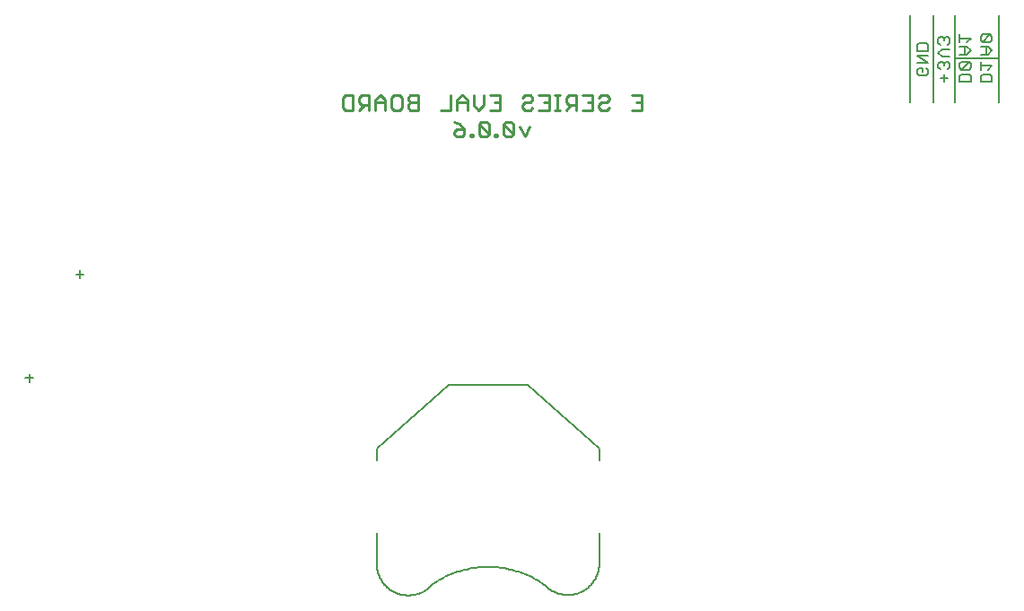
<source format=gbo>
G75*
%MOIN*%
%OFA0B0*%
%FSLAX25Y25*%
%IPPOS*%
%LPD*%
%AMOC8*
5,1,8,0,0,1.08239X$1,22.5*
%
%ADD10C,0.01000*%
%ADD11C,0.00800*%
D10*
X0202259Y0209556D02*
X0201325Y0210490D01*
X0201325Y0211424D01*
X0202259Y0212358D01*
X0205061Y0212358D01*
X0205061Y0210490D01*
X0204127Y0209556D01*
X0202259Y0209556D01*
X0205061Y0212358D02*
X0203193Y0214226D01*
X0201325Y0215160D01*
X0202338Y0219456D02*
X0202338Y0223192D01*
X0204206Y0225060D01*
X0206074Y0223192D01*
X0206074Y0219456D01*
X0206074Y0222258D02*
X0202338Y0222258D01*
X0199997Y0225060D02*
X0199997Y0219456D01*
X0196261Y0219456D01*
X0187843Y0219456D02*
X0187843Y0225060D01*
X0185040Y0225060D01*
X0184106Y0224126D01*
X0184106Y0223192D01*
X0185040Y0222258D01*
X0187843Y0222258D01*
X0187843Y0219456D02*
X0185040Y0219456D01*
X0184106Y0220390D01*
X0184106Y0221324D01*
X0185040Y0222258D01*
X0181766Y0224126D02*
X0181766Y0220390D01*
X0180831Y0219456D01*
X0178963Y0219456D01*
X0178029Y0220390D01*
X0178029Y0224126D01*
X0178963Y0225060D01*
X0180831Y0225060D01*
X0181766Y0224126D01*
X0175688Y0223192D02*
X0173820Y0225060D01*
X0171952Y0223192D01*
X0171952Y0219456D01*
X0169611Y0219456D02*
X0169611Y0225060D01*
X0166809Y0225060D01*
X0165875Y0224126D01*
X0165875Y0222258D01*
X0166809Y0221324D01*
X0169611Y0221324D01*
X0167743Y0221324D02*
X0165875Y0219456D01*
X0163534Y0219456D02*
X0160732Y0219456D01*
X0159797Y0220390D01*
X0159797Y0224126D01*
X0160732Y0225060D01*
X0163534Y0225060D01*
X0163534Y0219456D01*
X0171952Y0222258D02*
X0175688Y0222258D01*
X0175688Y0223192D02*
X0175688Y0219456D01*
X0207166Y0210490D02*
X0207166Y0209556D01*
X0208100Y0209556D01*
X0208100Y0210490D01*
X0207166Y0210490D01*
X0210441Y0210490D02*
X0211375Y0209556D01*
X0213243Y0209556D01*
X0214177Y0210490D01*
X0210441Y0214226D01*
X0210441Y0210490D01*
X0214177Y0210490D02*
X0214177Y0214226D01*
X0213243Y0215160D01*
X0211375Y0215160D01*
X0210441Y0214226D01*
X0210283Y0219456D02*
X0208415Y0221324D01*
X0208415Y0225060D01*
X0212151Y0225060D02*
X0212151Y0221324D01*
X0210283Y0219456D01*
X0214492Y0219456D02*
X0218229Y0219456D01*
X0218229Y0225060D01*
X0214492Y0225060D01*
X0216360Y0222258D02*
X0218229Y0222258D01*
X0220491Y0215160D02*
X0219556Y0214226D01*
X0223293Y0210490D01*
X0222359Y0209556D01*
X0220491Y0209556D01*
X0219556Y0210490D01*
X0219556Y0214226D01*
X0220491Y0215160D02*
X0222359Y0215160D01*
X0223293Y0214226D01*
X0223293Y0210490D01*
X0225634Y0213292D02*
X0227502Y0209556D01*
X0229370Y0213292D01*
X0229449Y0219456D02*
X0230383Y0220390D01*
X0229449Y0219456D02*
X0227581Y0219456D01*
X0226647Y0220390D01*
X0226647Y0221324D01*
X0227581Y0222258D01*
X0229449Y0222258D01*
X0230383Y0223192D01*
X0230383Y0224126D01*
X0229449Y0225060D01*
X0227581Y0225060D01*
X0226647Y0224126D01*
X0232724Y0225060D02*
X0236460Y0225060D01*
X0236460Y0219456D01*
X0232724Y0219456D01*
X0234592Y0222258D02*
X0236460Y0222258D01*
X0238643Y0225060D02*
X0240512Y0225060D01*
X0239578Y0225060D02*
X0239578Y0219456D01*
X0240512Y0219456D02*
X0238643Y0219456D01*
X0242852Y0219456D02*
X0244721Y0221324D01*
X0243786Y0221324D02*
X0246589Y0221324D01*
X0246589Y0219456D02*
X0246589Y0225060D01*
X0243786Y0225060D01*
X0242852Y0224126D01*
X0242852Y0222258D01*
X0243786Y0221324D01*
X0248930Y0219456D02*
X0252666Y0219456D01*
X0252666Y0225060D01*
X0248930Y0225060D01*
X0250798Y0222258D02*
X0252666Y0222258D01*
X0255007Y0221324D02*
X0255007Y0220390D01*
X0255941Y0219456D01*
X0257809Y0219456D01*
X0258743Y0220390D01*
X0257809Y0222258D02*
X0255941Y0222258D01*
X0255007Y0221324D01*
X0255007Y0224126D02*
X0255941Y0225060D01*
X0257809Y0225060D01*
X0258743Y0224126D01*
X0258743Y0223192D01*
X0257809Y0222258D01*
X0267161Y0225060D02*
X0270898Y0225060D01*
X0270898Y0219456D01*
X0267161Y0219456D01*
X0269029Y0222258D02*
X0270898Y0222258D01*
X0217216Y0210490D02*
X0216282Y0210490D01*
X0216282Y0209556D01*
X0217216Y0209556D01*
X0217216Y0210490D01*
D11*
X0043425Y0121307D02*
X0043425Y0118505D01*
X0044826Y0119906D02*
X0042024Y0119906D01*
X0062322Y0157087D02*
X0062322Y0159890D01*
X0063724Y0158488D02*
X0060921Y0158488D01*
X0172512Y0093526D02*
X0172512Y0089195D01*
X0172512Y0093526D02*
X0199283Y0117424D01*
X0228417Y0117424D01*
X0255189Y0093526D01*
X0255189Y0089195D01*
X0255189Y0062424D02*
X0255189Y0051006D01*
X0255189Y0051007D02*
X0255183Y0050719D01*
X0255170Y0050432D01*
X0255150Y0050145D01*
X0255123Y0049859D01*
X0255089Y0049573D01*
X0255049Y0049288D01*
X0255001Y0049005D01*
X0254946Y0048722D01*
X0254885Y0048442D01*
X0254817Y0048162D01*
X0254741Y0047885D01*
X0254660Y0047609D01*
X0254571Y0047335D01*
X0254476Y0047064D01*
X0254374Y0046795D01*
X0254266Y0046529D01*
X0254151Y0046265D01*
X0254030Y0046004D01*
X0253902Y0045746D01*
X0253768Y0045492D01*
X0253628Y0045241D01*
X0253482Y0044993D01*
X0253330Y0044749D01*
X0253172Y0044508D01*
X0253009Y0044272D01*
X0252839Y0044040D01*
X0252664Y0043812D01*
X0252483Y0043588D01*
X0252297Y0043368D01*
X0252106Y0043154D01*
X0251909Y0042944D01*
X0251708Y0042739D01*
X0251501Y0042539D01*
X0251290Y0042343D01*
X0251074Y0042154D01*
X0250853Y0041969D01*
X0250628Y0041790D01*
X0250399Y0041617D01*
X0250166Y0041449D01*
X0249928Y0041287D01*
X0249687Y0041130D01*
X0249442Y0040980D01*
X0249193Y0040836D01*
X0248941Y0040697D01*
X0248685Y0040565D01*
X0248426Y0040440D01*
X0248165Y0040320D01*
X0247900Y0040207D01*
X0247633Y0040101D01*
X0247364Y0040001D01*
X0247092Y0039907D01*
X0246817Y0039821D01*
X0246541Y0039741D01*
X0246263Y0039668D01*
X0245983Y0039601D01*
X0245702Y0039542D01*
X0245419Y0039489D01*
X0245135Y0039443D01*
X0244850Y0039404D01*
X0244565Y0039372D01*
X0244278Y0039348D01*
X0243991Y0039330D01*
X0243704Y0039319D01*
X0243416Y0039315D01*
X0243128Y0039318D01*
X0242841Y0039328D01*
X0242554Y0039346D01*
X0242267Y0039370D01*
X0241982Y0039401D01*
X0241697Y0039439D01*
X0241413Y0039484D01*
X0241130Y0039536D01*
X0240848Y0039595D01*
X0240568Y0039661D01*
X0240290Y0039733D01*
X0240013Y0039813D01*
X0239739Y0039899D01*
X0239467Y0039991D01*
X0239197Y0040091D01*
X0238930Y0040196D01*
X0238665Y0040309D01*
X0238403Y0040428D01*
X0238144Y0040553D01*
X0237888Y0040684D01*
X0237636Y0040822D01*
X0237387Y0040966D01*
X0237141Y0041115D01*
X0236899Y0041271D01*
X0236661Y0041433D01*
X0236428Y0041600D01*
X0236198Y0041773D01*
X0235972Y0041951D01*
X0235751Y0042135D01*
X0235535Y0042325D01*
X0235323Y0042519D01*
X0235116Y0042719D01*
X0234914Y0042924D01*
X0234717Y0043133D01*
X0234716Y0043132D02*
X0233982Y0043633D01*
X0233235Y0044116D01*
X0232478Y0044580D01*
X0231709Y0045026D01*
X0230929Y0045453D01*
X0230139Y0045860D01*
X0229339Y0046249D01*
X0228531Y0046617D01*
X0227713Y0046966D01*
X0226887Y0047295D01*
X0226053Y0047603D01*
X0225212Y0047891D01*
X0224365Y0048158D01*
X0223511Y0048405D01*
X0222651Y0048630D01*
X0221786Y0048835D01*
X0220916Y0049018D01*
X0220042Y0049180D01*
X0219164Y0049321D01*
X0218283Y0049440D01*
X0217400Y0049537D01*
X0216514Y0049613D01*
X0215627Y0049668D01*
X0214739Y0049700D01*
X0213850Y0049711D01*
X0212961Y0049700D01*
X0212073Y0049668D01*
X0211186Y0049613D01*
X0210300Y0049537D01*
X0209417Y0049440D01*
X0208536Y0049321D01*
X0207658Y0049180D01*
X0206784Y0049018D01*
X0205914Y0048835D01*
X0205049Y0048630D01*
X0204189Y0048405D01*
X0203335Y0048158D01*
X0202488Y0047891D01*
X0201647Y0047603D01*
X0200813Y0047295D01*
X0199987Y0046966D01*
X0199169Y0046617D01*
X0198361Y0046249D01*
X0197561Y0045860D01*
X0196771Y0045453D01*
X0195991Y0045026D01*
X0195222Y0044580D01*
X0194465Y0044116D01*
X0193718Y0043633D01*
X0192984Y0043132D01*
X0192794Y0042920D01*
X0192599Y0042713D01*
X0192398Y0042511D01*
X0192193Y0042313D01*
X0191983Y0042121D01*
X0191769Y0041934D01*
X0191550Y0041752D01*
X0191326Y0041575D01*
X0191098Y0041404D01*
X0190867Y0041239D01*
X0190631Y0041079D01*
X0190391Y0040925D01*
X0190148Y0040777D01*
X0189901Y0040635D01*
X0189651Y0040499D01*
X0189398Y0040369D01*
X0189141Y0040245D01*
X0188882Y0040128D01*
X0188619Y0040017D01*
X0188355Y0039912D01*
X0188087Y0039814D01*
X0187818Y0039723D01*
X0187546Y0039638D01*
X0187272Y0039559D01*
X0186996Y0039488D01*
X0186719Y0039423D01*
X0186440Y0039365D01*
X0186160Y0039313D01*
X0185879Y0039269D01*
X0185597Y0039231D01*
X0185314Y0039201D01*
X0185030Y0039177D01*
X0184746Y0039160D01*
X0184461Y0039150D01*
X0184176Y0039147D01*
X0183891Y0039151D01*
X0183607Y0039162D01*
X0183323Y0039180D01*
X0183039Y0039204D01*
X0182756Y0039236D01*
X0182474Y0039274D01*
X0182193Y0039320D01*
X0181913Y0039372D01*
X0181634Y0039431D01*
X0181357Y0039497D01*
X0181082Y0039569D01*
X0180808Y0039649D01*
X0180537Y0039734D01*
X0180267Y0039827D01*
X0180000Y0039926D01*
X0179736Y0040031D01*
X0179474Y0040143D01*
X0179215Y0040261D01*
X0178959Y0040386D01*
X0178706Y0040517D01*
X0178456Y0040653D01*
X0178210Y0040796D01*
X0177967Y0040945D01*
X0177728Y0041100D01*
X0177493Y0041260D01*
X0177261Y0041427D01*
X0177034Y0041598D01*
X0176811Y0041776D01*
X0176593Y0041958D01*
X0176379Y0042146D01*
X0176169Y0042339D01*
X0175965Y0042537D01*
X0175765Y0042740D01*
X0175571Y0042948D01*
X0175381Y0043161D01*
X0175197Y0043378D01*
X0175018Y0043599D01*
X0174844Y0043825D01*
X0174676Y0044055D01*
X0174514Y0044289D01*
X0174357Y0044527D01*
X0174207Y0044768D01*
X0174062Y0045013D01*
X0173923Y0045262D01*
X0173790Y0045514D01*
X0173664Y0045769D01*
X0173544Y0046027D01*
X0173430Y0046288D01*
X0173322Y0046552D01*
X0173221Y0046818D01*
X0173126Y0047087D01*
X0173038Y0047358D01*
X0172957Y0047631D01*
X0172882Y0047905D01*
X0172814Y0048182D01*
X0172753Y0048460D01*
X0172699Y0048740D01*
X0172651Y0049020D01*
X0172611Y0049302D01*
X0172577Y0049585D01*
X0172550Y0049868D01*
X0172530Y0050152D01*
X0172517Y0050437D01*
X0172511Y0050722D01*
X0172511Y0051006D01*
X0172512Y0051006D02*
X0172512Y0062424D01*
X0370543Y0222266D02*
X0370543Y0254550D01*
X0379205Y0254550D02*
X0379205Y0222266D01*
X0387079Y0222266D02*
X0387079Y0238802D01*
X0387079Y0254550D01*
X0388916Y0247516D02*
X0388916Y0244713D01*
X0388916Y0246115D02*
X0393119Y0246115D01*
X0391718Y0244713D01*
X0391718Y0242912D02*
X0388916Y0242912D01*
X0391018Y0242912D02*
X0391018Y0240109D01*
X0391718Y0240109D02*
X0393119Y0241511D01*
X0391718Y0242912D01*
X0391718Y0240109D02*
X0388916Y0240109D01*
X0387079Y0238802D02*
X0403614Y0238802D01*
X0403614Y0222266D01*
X0400993Y0229873D02*
X0396790Y0229873D01*
X0396790Y0231975D01*
X0397490Y0232676D01*
X0400293Y0232676D01*
X0400993Y0231975D01*
X0400993Y0229873D01*
X0399592Y0234477D02*
X0400993Y0235878D01*
X0396790Y0235878D01*
X0396790Y0234477D02*
X0396790Y0237280D01*
X0396790Y0240109D02*
X0399592Y0240109D01*
X0400993Y0241511D01*
X0399592Y0242912D01*
X0396790Y0242912D01*
X0397490Y0244713D02*
X0396790Y0245414D01*
X0396790Y0246815D01*
X0397490Y0247516D01*
X0400293Y0247516D01*
X0397490Y0244713D01*
X0400293Y0244713D01*
X0400993Y0245414D01*
X0400993Y0246815D01*
X0400293Y0247516D01*
X0398892Y0242912D02*
X0398892Y0240109D01*
X0403614Y0238802D02*
X0403614Y0254550D01*
X0385245Y0245907D02*
X0385245Y0244506D01*
X0384545Y0243805D01*
X0385245Y0242004D02*
X0382443Y0242004D01*
X0381042Y0240603D01*
X0382443Y0239202D01*
X0385245Y0239202D01*
X0384545Y0237400D02*
X0383844Y0237400D01*
X0383144Y0236699D01*
X0382443Y0237400D01*
X0381742Y0237400D01*
X0381042Y0236699D01*
X0381042Y0235298D01*
X0381742Y0234598D01*
X0383144Y0235999D02*
X0383144Y0236699D01*
X0384545Y0237400D02*
X0385245Y0236699D01*
X0385245Y0235298D01*
X0384545Y0234598D01*
X0383144Y0232796D02*
X0383144Y0229994D01*
X0384545Y0231395D02*
X0381742Y0231395D01*
X0377371Y0232996D02*
X0376671Y0232296D01*
X0373868Y0232296D01*
X0373168Y0232996D01*
X0373168Y0234397D01*
X0373868Y0235098D01*
X0375270Y0235098D01*
X0375270Y0233697D01*
X0376671Y0235098D02*
X0377371Y0234397D01*
X0377371Y0232996D01*
X0377371Y0236900D02*
X0373168Y0236900D01*
X0373168Y0239702D02*
X0377371Y0239702D01*
X0377371Y0241504D02*
X0377371Y0243605D01*
X0376671Y0244306D01*
X0373868Y0244306D01*
X0373168Y0243605D01*
X0373168Y0241504D01*
X0377371Y0241504D01*
X0373168Y0239702D02*
X0377371Y0236900D01*
X0381742Y0243805D02*
X0381042Y0244506D01*
X0381042Y0245907D01*
X0381742Y0246608D01*
X0382443Y0246608D01*
X0383144Y0245907D01*
X0383144Y0245207D01*
X0383144Y0245907D02*
X0383844Y0246608D01*
X0384545Y0246608D01*
X0385245Y0245907D01*
X0389616Y0237280D02*
X0388916Y0236579D01*
X0388916Y0235178D01*
X0389616Y0234477D01*
X0392419Y0237280D01*
X0389616Y0237280D01*
X0392419Y0237280D02*
X0393119Y0236579D01*
X0393119Y0235178D01*
X0392419Y0234477D01*
X0389616Y0234477D01*
X0389616Y0232676D02*
X0392419Y0232676D01*
X0393119Y0231975D01*
X0393119Y0229873D01*
X0388916Y0229873D01*
X0388916Y0231975D01*
X0389616Y0232676D01*
M02*

</source>
